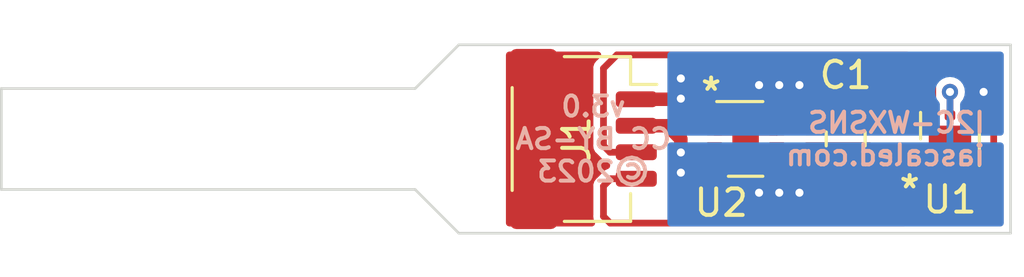
<source format=kicad_pcb>
(kicad_pcb (version 20211014) (generator pcbnew)
  (layers (0 "F.Cu" signal) (31 "B.Cu" signal) (34 "B.Paste" user) (35 "F.Paste" user) (36 "B.SilkS" user "B.Silkscreen") (37 "F.SilkS" user "F.Silkscreen") (38 "B.Mask" user) (39 "F.Mask" user) (44 "Edge.Cuts" user))
  (net 0 "")
  (net 1 "GND")
  (net 2 "/SDA")
  (net 3 "/SCL")
  (net 4 "unconnected-(J1-PadMP)")
  (net 7 "/VCC")
  (footprint "Connector_JST:JST_SH_SM04B-SRSS-TB_1x04-1MP_P1.00mm_Horizontal" (layer "F.Cu") (at 129.921 79.756 -90)
    (fp_text reference "J1" (at 0 0.254 -90) (layer "F.SilkS"))
    (fp_text value "SM04B-SRSS")
    (fp_line (start -2.06 -1.785) (end -2.06 -2.775) (layer "F.SilkS") (width 0.12))
    (fp_line (start -3.11 0.715) (end -3.11 -1.785) (layer "F.SilkS") (width 0.12))
    (fp_line (start 3.11 0.715) (end 3.11 -1.785) (layer "F.SilkS") (width 0.12))
    (fp_line (start 3.11 -1.785) (end 2.06 -1.785) (layer "F.SilkS") (width 0.12))
    (fp_line (start -1.94 2.685) (end 1.94 2.685) (layer "F.SilkS") (width 0.12))
    (fp_line (start -3.11 -1.785) (end -2.06 -1.785) (layer "F.SilkS") (width 0.12))
    (pad "1" smd roundrect (at -1.5 -2 270) (size 0.6 1.55) (layers "F.Cu" "F.Paste" "F.Mask") (net 1 "GND"))
    (pad "2" smd roundrect (at -0.5 -2 270) (size 0.6 1.55) (layers "F.Cu" "F.Paste" "F.Mask") (net 7 "/VCC"))
    (pad "3" smd roundrect (at 0.5 -2 270) (size 0.6 1.55) (layers "F.Cu" "F.Paste" "F.Mask") (net 2 "/SDA"))
    (pad "4" smd roundrect (at 1.5 -2 270) (size 0.6 1.55) (layers "F.Cu" "F.Paste" "F.Mask") (net 3 "/SCL"))
    (pad "MP" smd roundrect (at 2.8 1.875 270) (size 1.2 1.8) (layers "F.Cu" "F.Paste" "F.Mask") (roundrect_rratio 0.208333) (net 4 "unconnected-(J1-PadMP)"))
    (pad "MP" smd roundrect (at -2.8 1.875 270) (size 1.2 1.8) (layers "F.Cu" "F.Paste" "F.Mask") (roundrect_rratio 0.208333) (net 4 "unconnected-(J1-PadMP)"))
  )
  (footprint "Sensor_Humidity:Sensirion_DFN-8-1EP_2.5x2.5mm_P0.5mm_EP1.1x1.7mm" (layer "F.Cu") (at 136.049 79.752)
    (fp_text reference "U2" (at -0.921 2.413) (layer "F.SilkS"))
    (fp_text value "SHT35-DIS")
    (fp_line (start -1.09 -1.41) (end 0.65 -1.41) (layer "F.SilkS") (width 0.12))
    (fp_line (start -0.65 1.41) (end 0.65 1.41) (layer "F.SilkS") (width 0.12))
    (pad "1" smd rect (at -1.175 -0.75) (size 0.55 0.25) (layers "F.Cu" "F.Paste" "F.Mask") (net 2 "/SDA"))
    (pad "2" smd rect (at -1.175 -0.25) (size 0.55 0.25) (layers "F.Cu" "F.Paste" "F.Mask") (net 1 "GND"))
    (pad "3" smd rect (at -1.175 0.25) (size 0.55 0.25) (layers "F.Cu" "F.Paste" "F.Mask"))
    (pad "4" smd rect (at -1.175 0.75 180) (size 0.55 0.25) (layers "F.Cu" "F.Paste" "F.Mask") (net 3 "/SCL"))
    (pad "5" smd rect (at 1.175 0.75) (size 0.55 0.25) (layers "F.Cu" "F.Paste" "F.Mask") (net 7 "/VCC"))
    (pad "6" smd rect (at 1.175 0.25) (size 0.55 0.25) (layers "F.Cu" "F.Paste" "F.Mask"))
    (pad "7" smd rect (at 1.175 -0.25) (size 0.55 0.25) (layers "F.Cu" "F.Paste" "F.Mask") (net 1 "GND"))
    (pad "8" smd rect (at 1.175 -0.75) (size 0.55 0.25) (layers "F.Cu" "F.Paste" "F.Mask") (net 1 "GND"))
    (pad "9" smd custom (at 0 0) (size 1 1) (layers "F.Cu" "F.Mask") (net 1 "GND") (options (clearance outline) (anchor circle)) (primitives (gr_poly (pts (xy 0.5 0.85) (xy -0.5 0.85) (xy -0.5 -0.55) (xy -0.2 -0.85) (xy 0.5 -0.85)) (width 0) (fill yes))))
  )
  (footprint "Capacitor_SMD:C_0805_2012Metric" (layer "F.Cu") (at 139.827 79.752 90)
    (fp_text reference "C1" (at 2.409 0) (layer "F.SilkS"))
    (fp_text value "0.1uF")
    (fp_line (start -0.261252 -0.735) (end 0.261252 -0.735) (layer "F.SilkS") (width 0.12))
    (fp_line (start -0.261252 0.735) (end 0.261252 0.735) (layer "F.SilkS") (width 0.12))
    (pad "1" smd roundrect (at -0.95 0 90) (size 1 1.45) (layers "F.Cu" "F.Paste" "F.Mask") (net 7 "/VCC"))
    (pad "2" smd roundrect (at 0.95 0 90) (size 1 1.45) (layers "F.Cu" "F.Paste" "F.Mask") (net 1 "GND"))
  )
  (footprint "Package_SON:WSON-6-1EP_2x2mm_P0.65mm_EP1x1.6mm" (layer "F.Cu") (at 143.764 79.752 90)
    (fp_text reference "U1" (at -2.29 0) (layer "F.SilkS"))
    (fp_text value "TMP117xxDRV")
    (fp_line (start -1 1.11) (end 1 1.11) (layer "F.SilkS") (width 0.12))
    (fp_line (start 0 -1.11) (end 1 -1.11) (layer "F.SilkS") (width 0.12))
    (pad "1" smd roundrect (at -0.8875 -0.65 90) (size 0.375 0.4) (layers "F.Cu" "F.Paste" "F.Mask") (net 3 "/SCL"))
    (pad "2" smd roundrect (at -0.8875 0 90) (size 0.375 0.4) (layers "F.Cu" "F.Paste" "F.Mask") (net 1 "GND"))
    (pad "3" smd roundrect (at -0.8875 0.65 90) (size 0.375 0.4) (layers "F.Cu" "F.Paste" "F.Mask") (net 1 "GND"))
    (pad "4" smd roundrect (at 0.8875 0.65 90) (size 0.375 0.4) (layers "F.Cu" "F.Paste" "F.Mask") (net 1 "GND"))
    (pad "5" smd roundrect (at 0.8875 0 90) (size 0.375 0.4) (layers "F.Cu" "F.Paste" "F.Mask") (net 7 "/VCC"))
    (pad "6" smd roundrect (at 0.8875 -0.65 90) (size 0.375 0.4) (layers "F.Cu" "F.Paste" "F.Mask") (net 2 "/SDA"))
    (pad "7" smd rect (at 0 0 90) (size 1 1.6) (layers "F.Cu" "F.Mask"))
  )
  (gr_line (start 146.05 76.2) (end 146.05 83.312) (layer "Edge.Cuts") (width 0.1))
  (gr_line (start 146.05 83.312) (end 125.222 83.312) (layer "Edge.Cuts") (width 0.1))
  (gr_line (start 123.571 77.851) (end 125.222 76.2) (layer "Edge.Cuts") (width 0.1))
  (gr_line (start 146.05 76.2) (end 125.222 76.2) (layer "Edge.Cuts") (width 0.1))
  (gr_line (start 107.95 81.661) (end 123.571 81.661) (layer "Edge.Cuts") (width 0.1))
  (gr_line (start 107.95 77.851) (end 107.95 81.661) (layer "Edge.Cuts") (width 0.1))
  (gr_line (start 107.95 77.851) (end 123.571 77.851) (layer "Edge.Cuts") (width 0.1))
  (gr_line (start 123.571 81.661) (end 125.222 83.312) (layer "Edge.Cuts") (width 0.1))
  (gr_text "I2C-WXSNS\niascaled.com" (at 145.161 79.756) (layer "B.SilkS") (effects (font (size 0.762 0.762)) (justify left mirror)))
  (gr_text "v3.0\nCC BY-SA\n©2023" (at 130.302 79.756) (layer "B.SilkS") (effects (font (size 0.762 0.762)) (justify mirror)))
  (gr_text "*" (at 134.747 77.978) (layer "F.SilkS") (effects (font (size 1 1))))
  (gr_text "*" (at 142.24 81.661) (layer "F.SilkS") (effects (font (size 1 1))))
  (segment (start 144.653 77.978) (end 144.414 78.217) (width 0.254) (layer "F.Cu") (net 1))
  (segment (start 135.799 79.502) (end 136.049 79.752) (width 0.254) (layer "F.Cu") (net 1))
  (segment (start 133.58 78.256) (end 133.604 78.232) (width 0.508) (layer "F.Cu") (net 1))
  (segment (start 144.399 81.407) (end 144.399 80.6545) (width 0.254) (layer "F.Cu") (net 1))
  (segment (start 144.018 81.407) (end 144.399 81.407) (width 0.254) (layer "F.Cu") (net 1))
  (segment (start 144.399 81.407) (end 145.034 81.407) (width 0.254) (layer "F.Cu") (net 1))
  (segment (start 145.034 81.407) (end 145.415 81.026) (width 0.254) (layer "F.Cu") (net 1))
  (segment (start 144.399 80.6545) (end 144.414 80.6395) (width 0.254) (layer "F.Cu") (net 1))
  (segment (start 145.415 81.026) (end 145.415 78.359) (width 0.254) (layer "F.Cu") (net 1))
  (segment (start 144.414 78.217) (end 144.414 78.8645) (width 0.254) (layer "F.Cu") (net 1))
  (segment (start 137.224 79.502) (end 137.224 77.815) (width 0.254) (layer "F.Cu") (net 1))
  (segment (start 134.874 79.502) (end 135.799 79.502) (width 0.254) (layer "F.Cu") (net 1))
  (segment (start 143.764 81.153) (end 144.018 81.407) (width 0.254) (layer "F.Cu") (net 1))
  (segment (start 131.921 78.256) (end 133.58 78.256) (width 0.508) (layer "F.Cu") (net 1))
  (segment (start 133.604 77.47) (end 133.604 78.232) (width 0.508) (layer "F.Cu") (net 1))
  (segment (start 137.224 79.502) (end 136.299 79.502) (width 0.254) (layer "F.Cu") (net 1))
  (segment (start 143.764 80.6395) (end 143.764 81.153) (width 0.254) (layer "F.Cu") (net 1))
  (segment (start 145.415 78.359) (end 145.034 77.978) (width 0.254) (layer "F.Cu") (net 1))
  (segment (start 145.034 77.978) (end 144.653 77.978) (width 0.254) (layer "F.Cu") (net 1))
  (via (at 137.319 77.72) (size 0.6096) (drill 0.3048) (layers "F.Cu" "B.Cu") (net 1))
  (via (at 133.604 78.232) (size 0.6096) (drill 0.3048) (layers "F.Cu" "B.Cu") (net 1))
  (via (at 138.081 77.72) (size 0.6096) (drill 0.3048) (layers "F.Cu" "B.Cu") (net 1))
  (via (at 145.034 77.978) (size 0.6096) (drill 0.3048) (layers "F.Cu" "B.Cu") (net 1))
  (via (at 136.557 77.72) (size 0.6096) (drill 0.3048) (layers "F.Cu" "B.Cu") (net 1))
  (via (at 133.604 77.47) (size 0.6096) (drill 0.3048) (layers "F.Cu" "B.Cu") (net 1))
  (segment (start 134.874 76.581) (end 131.191 76.581) (width 0.254) (layer "F.Cu") (net 2))
  (segment (start 142.113 76.581) (end 134.874 76.581) (width 0.254) (layer "F.Cu") (net 2))
  (segment (start 131.191 76.581) (end 130.683 77.089) (width 0.254) (layer "F.Cu") (net 2))
  (segment (start 143.114 77.582) (end 142.113 76.581) (width 0.254) (layer "F.Cu") (net 2))
  (segment (start 130.683 77.089) (end 130.683 80.01) (width 0.254) (layer "F.Cu") (net 2))
  (segment (start 130.683 80.01) (end 130.929 80.256) (width 0.254) (layer "F.Cu") (net 2))
  (segment (start 143.114 78.8645) (end 143.114 77.582) (width 0.254) (layer "F.Cu") (net 2))
  (segment (start 130.929 80.256) (end 131.921 80.256) (width 0.254) (layer "F.Cu") (net 2))
  (segment (start 134.874 76.581) (end 134.874 79.002) (width 0.254) (layer "F.Cu") (net 2))
  (segment (start 143.114 81.803) (end 143.114 80.6395) (width 0.254) (layer "F.Cu") (net 3))
  (segment (start 130.683 81.534) (end 130.683 82.677) (width 0.254) (layer "F.Cu") (net 3))
  (segment (start 141.986 82.931) (end 134.874 82.931) (width 0.254) (layer "F.Cu") (net 3))
  (segment (start 134.874 82.931) (end 130.937 82.931) (width 0.254) (layer "F.Cu") (net 3))
  (segment (start 131.921 81.256) (end 130.961 81.256) (width 0.254) (layer "F.Cu") (net 3))
  (segment (start 141.986 82.931) (end 143.114 81.803) (width 0.254) (layer "F.Cu") (net 3))
  (segment (start 130.961 81.256) (end 130.683 81.534) (width 0.254) (layer "F.Cu") (net 3))
  (segment (start 134.874 82.931) (end 134.874 80.502) (width 0.254) (layer "F.Cu") (net 3))
  (segment (start 130.683 82.677) (end 130.937 82.931) (width 0.254) (layer "F.Cu") (net 3))
  (segment (start 137.224 80.502) (end 138.577 80.502) (width 0.254) (layer "F.Cu") (net 7))
  (segment (start 133.104 79.256) (end 131.921 79.256) (width 0.508) (layer "F.Cu") (net 7))
  (segment (start 133.604 79.756) (end 133.104 79.256) (width 0.508) (layer "F.Cu") (net 7))
  (segment (start 143.764 78.8645) (end 143.764 77.978) (width 0.254) (layer "F.Cu") (net 7))
  (segment (start 133.604 81.026) (end 133.604 79.756) (width 0.508) (layer "F.Cu") (net 7))
  (via (at 143.764 77.978) (size 0.6096) (drill 0.3048) (layers "F.Cu" "B.Cu") (net 7))
  (via (at 133.604 80.264) (size 0.6096) (drill 0.3048) (layers "F.Cu" "B.Cu") (net 7))
  (via (at 136.557 81.784) (size 0.6096) (drill 0.3048) (layers "F.Cu" "B.Cu") (net 7))
  (via (at 137.319 81.784) (size 0.6096) (drill 0.3048) (layers "F.Cu" "B.Cu") (net 7))
  (via (at 133.604 81.026) (size 0.6096) (drill 0.3048) (layers "F.Cu" "B.Cu") (net 7))
  (via (at 138.081 81.784) (size 0.6096) (drill 0.3048) (layers "F.Cu" "B.Cu") (net 7))
  (segment (start 143.764 77.978) (end 143.764 80.772) (width 0.254) (layer "B.Cu") (net 7))
  (zone (net 7) (net_name "/VCC") (layer "F.Cu") (connect_pads thru_hole_only (clearance 0.254)) (min_thickness 0.254) (fill yes (thermal_gap 0.508) (thermal_bridge_width 0.508))
    (polygon (pts (xy 140.875 82.419) (xy 135.541 82.419) (xy 135.541 81.276) (xy 138.208 81.276) (xy 138.208 79.879) (xy 140.875 79.879)))
  )
  (zone (net 4) (net_name "unconnected-(J1-PadMP)") (layer "F.Cu") (connect_pads thru_hole_only (clearance 0.254)) (min_thickness 0.254) (fill yes (thermal_gap 0.508) (thermal_bridge_width 0.508))
    (polygon (pts (xy 130.937 83.312) (xy 127 83.312) (xy 127 76.2) (xy 130.937 76.2)))
  )
  (zone (net 1) (net_name "GND") (layer "F.Cu") (connect_pads thru_hole_only (clearance 0.254)) (min_thickness 0.254) (fill yes (thermal_gap 0.508) (thermal_bridge_width 0.508))
    (polygon (pts (xy 140.875 79.625) (xy 138.208 79.625) (xy 138.208 78.228) (xy 135.541 78.228) (xy 135.541 77.085) (xy 140.875 77.085)))
  )
  (zone (net 1) (net_name "GND") (layer "B.Cu") (connect_pads thru_hole_only (clearance 0.254)) (min_thickness 0.254) (fill yes (thermal_gap 0.508) (thermal_bridge_width 0.508))
    (polygon (pts (xy 146.05 79.629) (xy 133.096 79.629) (xy 133.096 76.2) (xy 146.05 76.2)))
  )
  (zone (net 7) (net_name "/VCC") (layer "B.Cu") (connect_pads thru_hole_only (clearance 0.254)) (min_thickness 0.254) (fill yes (thermal_gap 0.508) (thermal_bridge_width 0.508))
    (polygon (pts (xy 146.05 83.312) (xy 133.096 83.312) (xy 133.096 79.883) (xy 146.05 79.883)))
  )
)
</source>
